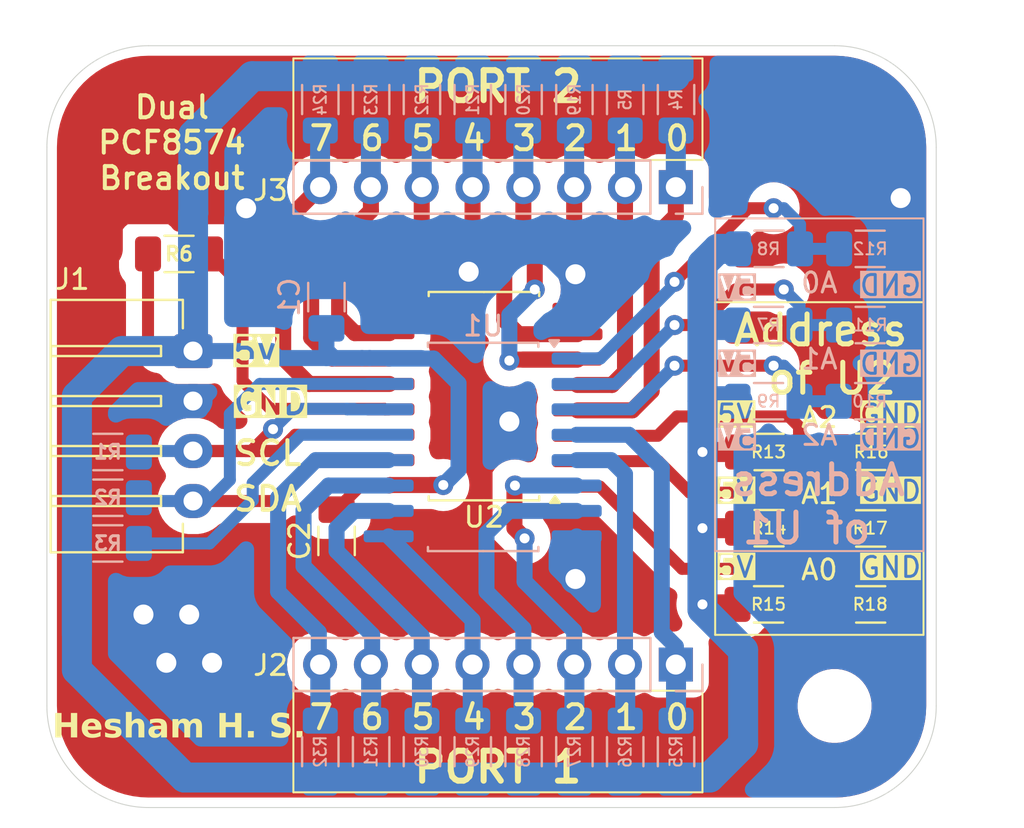
<source format=kicad_pcb>
(kicad_pcb (version 20240108) (generator "pcbnew") (generator_version "8.0")
  (title_block (title "Dual PCF8574 Breakout") (date "2025-02-03") (comment 1 "---"))
  (layers (0 "F.Cu" signal) (31 "B.Cu" signal) (34 "B.Paste" user) (35 "F.Paste" user) (36 "B.SilkS" user "B.Silkscreen") (37 "F.SilkS" user "F.Silkscreen") (38 "B.Mask" user) (39 "F.Mask" user) (44 "Edge.Cuts" user))
  (net 0 "")
  (net 1 "/P07")
  (net 2 "/P05")
  (net 3 "/P02")
  (net 4 "/P04")
  (net 5 "/P06")
  (net 6 "/P00")
  (net 7 "/P03")
  (net 8 "/P01")
  (net 9 "/P11")
  (net 10 "/P16")
  (net 11 "/P10")
  (net 12 "/P14")
  (net 13 "/P15")
  (net 14 "/P17")
  (net 15 "/P12")
  (net 16 "/P13")
  (net 17 "/SCL")
  (net 18 "5V")
  (net 19 "/SDA")
  (net 20 "Net-(U1-~{INT})")
  (net 21 "Net-(U2-~{INT})")
  (net 22 "/1_A1")
  (net 23 "/1_A0")
  (net 24 "/1_A2")
  (net 25 "GND")
  (net 26 "/2_A2")
  (net 27 "/2_A1")
  (net 28 "/2_A0")
  (footprint "Capacitor_SMD:C_1206_3216Metric_Pad1.33x1.80mm_HandSolder" (layer "F.Cu") (at 91.948 59.055 90)
    (property "Reference" "C2")
    (property "Value" "0.1uF")
  )
  (footprint "Connector_JST:JST_XH_S4B-XH-A-1_1x04_P2.50mm_Horizontal" (layer "F.Cu") (at 84.774 49.5612 -90)
    (property "Reference" "J1")
    (property "Value" "Conn_01x04_Pin")
  )
  (footprint "Resistor_SMD:R_1206_3216Metric_Pad1.30x1.75mm_HandSolder" (layer "F.Cu") (at 118.644 54.598)
    (property "Reference" "R16")
    (property "Value" "0")
  )
  (footprint "Resistor_SMD:R_1206_3216Metric_Pad1.30x1.75mm_HandSolder" (layer "F.Cu") (at 113.538 62.23)
    (property "Reference" "R15")
    (property "Value" "0")
  )
  (footprint "Resistor_SMD:R_1206_3216Metric_Pad1.30x1.75mm_HandSolder" (layer "F.Cu") (at 113.564 58.42)
    (property "Reference" "R14")
    (property "Value" "0")
  )
  (footprint "Resistor_SMD:R_1206_3216Metric_Pad1.30x1.75mm_HandSolder" (layer "F.Cu") (at 113.564 54.61)
    (property "Reference" "R13")
    (property "Value" "0")
  )
  (footprint "MountingHole:MountingHole_3.2mm_M3" (layer "F.Cu") (at 116.84 67.31)
    (property "Reference" "REF**" (hide yes))
    (property "Value" "MountingHole_3.2mm_M3")
  )
  (footprint "Package_SO:SO-16_5.3x10.2mm_P1.27mm" (layer "F.Cu") (at 99.314 51.816 180)
    (property "Reference" "U2")
    (property "Value" "PCF8574")
  )
  (footprint "Resistor_SMD:R_1206_3216Metric_Pad1.30x1.75mm_HandSolder" (layer "F.Cu") (at 118.644 62.23)
    (property "Reference" "R18")
    (property "Value" "0")
  )
  (footprint "Resistor_SMD:R_1206_3216Metric_Pad1.30x1.75mm_HandSolder" (layer "F.Cu") (at 84.074 44.704)
    (property "Reference" "R6")
    (property "Value" "10K")
  )
  (footprint "Resistor_SMD:R_1206_3216Metric_Pad1.30x1.75mm_HandSolder" (layer "F.Cu") (at 118.644 58.432)
    (property "Reference" "R17")
    (property "Value" "0")
  )
  (footprint "Resistor_SMD:R_1206_3216Metric_Pad1.30x1.75mm_HandSolder" (layer "B.Cu") (at 98.7552 69.596 90)
    (property "Reference" "R29")
    (property "Value" "4.7k")
  )
  (footprint "Resistor_SMD:R_1206_3216Metric_Pad1.30x1.75mm_HandSolder" (layer "B.Cu") (at 103.8352 69.596 90)
    (property "Reference" "R27")
    (property "Value" "4.7k")
  )
  (footprint "Resistor_SMD:R_1206_3216Metric_Pad1.30x1.75mm_HandSolder" (layer "B.Cu") (at 106.3752 36.9824 -90)
    (property "Reference" "R5")
    (property "Value" "4.7k")
  )
  (footprint "Resistor_SMD:R_1206_3216Metric_Pad1.30x1.75mm_HandSolder" (layer "B.Cu") (at 80.518 54.61)
    (property "Reference" "R1")
    (property "Value" "10K")
  )
  (footprint "Resistor_SMD:R_1206_3216Metric_Pad1.30x1.75mm_HandSolder" (layer "B.Cu") (at 113.538 48.26)
    (property "Reference" "R7")
    (property "Value" "0")
  )
  (footprint "Resistor_SMD:R_1206_3216Metric_Pad1.30x1.75mm_HandSolder" (layer "B.Cu") (at 118.592 52.07)
    (property "Reference" "R10")
    (property "Value" "0")
  )
  (footprint "Resistor_SMD:R_1206_3216Metric_Pad1.30x1.75mm_HandSolder" (layer "B.Cu") (at 106.3752 69.596 90)
    (property "Reference" "R26")
    (property "Value" "4.7k")
  )
  (footprint "Resistor_SMD:R_1206_3216Metric_Pad1.30x1.75mm_HandSolder" (layer "B.Cu") (at 91.1352 36.9824 -90)
    (property "Reference" "R24")
    (property "Value" "4.7k")
  )
  (footprint "Resistor_SMD:R_1206_3216Metric_Pad1.30x1.75mm_HandSolder" (layer "B.Cu") (at 91.1352 69.596 90)
    (property "Reference" "R32")
    (property "Value" "4.7k")
  )
  (footprint "Resistor_SMD:R_1206_3216Metric_Pad1.30x1.75mm_HandSolder" (layer "B.Cu") (at 93.6752 69.596 90)
    (property "Reference" "R31")
    (property "Value" "4.7k")
  )
  (footprint "Resistor_SMD:R_1206_3216Metric_Pad1.30x1.75mm_HandSolder" (layer "B.Cu") (at 98.7552 36.9824 -90)
    (property "Reference" "R21")
    (property "Value" "4.7k")
  )
  (footprint "Connector_PinHeader_2.54mm:PinHeader_1x08_P2.54mm_Vertical" (layer "B.Cu") (at 108.904 65.24 90)
    (property "Reference" "J2")
    (property "Value" "Conn_01x08_Pin")
  )
  (footprint "Resistor_SMD:R_1206_3216Metric_Pad1.30x1.75mm_HandSolder" (layer "B.Cu") (at 108.9152 36.9824 -90)
    (property "Reference" "R4")
    (property "Value" "4.7k")
  )
  (footprint "Resistor_SMD:R_1206_3216Metric_Pad1.30x1.75mm_HandSolder" (layer "B.Cu") (at 93.6752 36.9824 -90)
    (property "Reference" "R23")
    (property "Value" "4.7k")
  )
  (footprint "Resistor_SMD:R_1206_3216Metric_Pad1.30x1.75mm_HandSolder" (layer "B.Cu") (at 80.518 59.182)
    (property "Reference" "R3")
    (property "Value" "10K")
  )
  (footprint "Resistor_SMD:R_1206_3216Metric_Pad1.30x1.75mm_HandSolder" (layer "B.Cu") (at 113.538 52.07)
    (property "Reference" "R9")
    (property "Value" "0")
  )
  (footprint "Resistor_SMD:R_1206_3216Metric_Pad1.30x1.75mm_HandSolder" (layer "B.Cu") (at 101.2952 69.596 90)
    (property "Reference" "R28")
    (property "Value" "4.7k")
  )
  (footprint "Capacitor_SMD:C_1206_3216Metric_Pad1.33x1.80mm_HandSolder" (layer "B.Cu") (at 91.44 46.863 -90)
    (property "Reference" "C1")
    (property "Value" "0.1uF")
  )
  (footprint "Resistor_SMD:R_1206_3216Metric_Pad1.30x1.75mm_HandSolder" (layer "B.Cu") (at 96.2152 69.596 90)
    (property "Reference" "R30")
    (property "Value" "4.7k")
  )
  (footprint "Connector_PinHeader_2.54mm:PinHeader_1x08_P2.54mm_Vertical" (layer "B.Cu") (at 108.904 41.364 90)
    (property "Reference" "J3")
    (property "Value" "Conn_01x08_Pin")
  )
  (footprint "Resistor_SMD:R_1206_3216Metric_Pad1.30x1.75mm_HandSolder" (layer "B.Cu") (at 101.2952 36.9824 -90)
    (property "Reference" "R20")
    (property "Value" "4.7k")
  )
  (footprint "Resistor_SMD:R_1206_3216Metric_Pad1.30x1.75mm_HandSolder" (layer "B.Cu") (at 113.564 44.45)
    (property "Reference" "R8")
    (property "Value" "0")
  )
  (footprint "Resistor_SMD:R_1206_3216Metric_Pad1.30x1.75mm_HandSolder" (layer "B.Cu") (at 118.618 48.26)
    (property "Reference" "R11")
    (property "Value" "0")
  )
  (footprint "Resistor_SMD:R_1206_3216Metric_Pad1.30x1.75mm_HandSolder" (layer "B.Cu") (at 80.518 56.896)
    (property "Reference" "R2")
    (property "Value" "10K")
  )
  (footprint "Package_SO:SO-16_5.3x10.2mm_P1.27mm" (layer "B.Cu") (at 99.2745 54.356 180)
    (property "Reference" "U1")
    (property "Value" "PCF8574")
  )
  (footprint "Resistor_SMD:R_1206_3216Metric_Pad1.30x1.75mm_HandSolder" (layer "B.Cu") (at 96.2152 36.9824 -90)
    (property "Reference" "R22")
    (property "Value" "4.7k")
  )
  (footprint "Resistor_SMD:R_1206_3216Metric_Pad1.30x1.75mm_HandSolder" (layer "B.Cu") (at 103.8352 36.9824 -90)
    (property "Reference" "R19")
    (property "Value" "4.7k")
  )
  (footprint "Resistor_SMD:R_1206_3216Metric_Pad1.30x1.75mm_HandSolder" (layer "B.Cu") (at 118.618 44.45)
    (property "Reference" "R12")
    (property "Value" "0")
  )
  (footprint "Resistor_SMD:R_1206_3216Metric_Pad1.30x1.75mm_HandSolder" (layer "B.Cu") (at 108.9152 69.596 90)
    (property "Reference" "R25")
    (property "Value" "4.7k")
  )
  (gr_line (start 121.285 42.926) (end 110.871 42.926) (stroke (width 0.1)) (layer "B.SilkS"))
  (gr_line (start 110.871 42.926) (end 110.871 59.563) (stroke (width 0.1)) (layer "B.SilkS"))
  (gr_line (start 110.871 59.563) (end 121.285 59.563) (stroke (width 0.1)) (layer "B.SilkS"))
  (gr_line (start 121.285 59.563) (end 121.285 42.926) (stroke (width 0.1)) (layer "B.SilkS"))
  (gr_line (start 110.236 34.925) (end 89.789 34.925) (stroke (width 0.1)) (layer "F.SilkS"))
  (gr_line (start 110.871 47.117) (end 121.285 47.117) (stroke (width 0.1)) (layer "F.SilkS"))
  (gr_line (start 110.236 71.628) (end 89.789 71.628) (stroke (width 0.1)) (layer "F.SilkS"))
  (gr_line (start 110.236 40.005) (end 89.789 40.005) (stroke (width 0.1)) (layer "F.SilkS"))
  (gr_line (start 110.871 63.754) (end 110.871 47.117) (stroke (width 0.1)) (layer "F.SilkS"))
  (gr_line (start 89.789 34.925) (end 89.789 40.005) (stroke (width 0.1)) (layer "F.SilkS"))
  (gr_line (start 110.236 66.548) (end 89.789 66.548) (stroke (width 0.1)) (layer "F.SilkS"))
  (gr_line (start 89.789 66.548) (end 89.789 71.628) (stroke (width 0.1)) (layer "F.SilkS"))
  (gr_line (start 110.236 40.005) (end 110.236 34.925) (stroke (width 0.1)) (layer "F.SilkS"))
  (gr_line (start 110.236 71.628) (end 110.236 66.548) (stroke (width 0.1)) (layer "F.SilkS"))
  (gr_line (start 121.285 63.754) (end 110.871 63.754) (stroke (width 0.1)) (layer "F.SilkS"))
  (gr_line (start 121.285 47.117) (end 121.285 63.754) (stroke (width 0.1)) (layer "F.SilkS"))
  (gr_line (start 77.47 67.31) (end 77.47 39.37) (stroke (width 0.05)) (layer "Edge.Cuts"))
  (gr_line (start 121.92 39.37) (end 121.92 67.31) (stroke (width 0.05)) (layer "Edge.Cuts"))
  (gr_arc (start 116.84 34.29) (mid 120.432102 35.777898) (end 121.92 39.37) (stroke (width 0.05)) (layer "Edge.Cuts"))
  (gr_arc (start 121.92 67.31) (mid 120.432102 70.902102) (end 116.84 72.39) (stroke (width 0.05)) (layer "Edge.Cuts"))
  (gr_arc (start 77.47 39.37) (mid 78.957898 35.777898) (end 82.55 34.29) (stroke (width 0.05)) (layer "Edge.Cuts"))
  (gr_line (start 116.84 72.39) (end 82.55 72.39) (stroke (width 0.05)) (layer "Edge.Cuts"))
  (gr_line (start 82.55 34.29) (end 116.84 34.29) (stroke (width 0.05)) (layer "Edge.Cuts"))
  (gr_arc (start 82.55 72.39) (mid 78.957898 70.902102) (end 77.47 67.31) (stroke (width 0.05)) (layer "Edge.Cuts"))
  (gr_text "GND" (at 119.634 54.483 -0) (layer "B.SilkS" knockout) (effects (font (size 1 1)) (justify bottom mirror)))
  (gr_text "A0" (at 116.078 46.736 0) (layer "B.SilkS") (effects (font (size 1 1)) (justify bottom mirror)))
  (gr_text "5V" (at 112.014 54.483 -0) (layer "B.SilkS" knockout) (effects (font (size 1 1)) (justify bottom mirror)))
  (gr_text "Address \nof U1" (at 115.443 59.309 0) (layer "B.SilkS") (effects (font (size 1.5 1.5) (thickness 0.25) (bold yes)) (justify bottom mirror)))
  (gr_text "A1" (at 116.078 50.546 -0) (layer "B.SilkS") (effects (font (size 1 1)) (justify bottom mirror)))
  (gr_text "GND" (at 119.634 50.8 -0) (layer "B.SilkS" knockout) (effects (font (size 1 1)) (justify bottom mirror)))
  (gr_text "5V" (at 112.014 50.8 -0) (layer "B.SilkS" knockout) (effects (font (size 1 1)) (justify bottom mirror)))
  (gr_text "A2" (at 116.078 54.356 0) (layer "B.SilkS") (effects (font (size 1 1)) (justify bottom mirror)))
  (gr_text "GND" (at 119.634 46.863 -0) (layer "B.SilkS" knockout) (effects (font (size 1 1)) (justify bottom mirror)))
  (gr_text "5V" (at 112.014 46.99 -0) (layer "B.SilkS" knockout) (effects (font (size 1 1)) (justify bottom mirror)))
  (gr_text "A1" (at 116.078 57.277 0) (layer "F.SilkS") (effects (font (size 1 1)) (justify bottom)))
  (gr_text "5" (at 96.266 39.624 0) (layer "F.SilkS") (effects (font (size 1.2 1.2) (thickness 0.2)) (justify bottom)))
  (gr_text "5" (at 96.266 68.58 0) (layer "F.SilkS") (effects (font (size 1.2 1.2) (thickness 0.2)) (justify bottom)))
  (gr_text "7" (at 91.186 39.624 0) (layer "F.SilkS") (effects (font (size 1.2 1.2) (thickness 0.2)) (justify bottom)))
  (gr_text "2" (at 103.886 39.624 0) (layer "F.SilkS") (effects (font (size 1.2 1.2) (thickness 0.2)) (justify bottom)))
  (gr_text "6" (at 93.726 68.58 0) (layer "F.SilkS") (effects (font (size 1.2 1.2) (thickness 0.2)) (justify bottom)))
  (gr_text "6" (at 93.726 39.624 0) (layer "F.SilkS") (effects (font (size 1.2 1.2) (thickness 0.2)) (justify bottom)))
  (gr_text "1" (at 106.426 39.624 0) (layer "F.SilkS") (effects (font (size 1.2 1.2) (thickness 0.2)) (justify bottom)))
  (gr_text "5V" (at 111.887 53.34 0) (layer "F.SilkS" knockout) (effects (font (size 1 1)) (justify bottom)))
  (gr_text "PORT 2" (at 100.0125 37.211 0) (layer "F.SilkS") (effects (font (size 1.5 1.5) (thickness 0.3)) (justify bottom)))
  (gr_text "A2" (at 116.078 53.467 0) (layer "F.SilkS") (effects (font (size 1 1)) (justify bottom)))
  (gr_text "SDA" (at 88.519 57.658 0) (layer "F.SilkS") (effects (font (size 1.2 1.2) (thickness 0.2)) (justify bottom)))
  (gr_text "A0" (at 116.078 61.087 0) (layer "F.SilkS") (effects (font (size 1 1)) (justify bottom)))
  (gr_text "GND" (at 119.634 53.34 0) (layer "F.SilkS" knockout) (effects (font (size 1 1)) (justify bottom)))
  (gr_text "GND" (at 88.646 52.832 0) (layer "F.SilkS" knockout) (effects (font (size 1.2 1.2) (thickness 0.2)) (justify bottom)))
  (gr_text "5V" (at 87.884 50.292 0) (layer "F.SilkS" knockout) (effects (font (size 1.2 1.2) (thickness 0.2)) (justify bottom)))
  (gr_text "3" (at 101.346 39.624 0) (layer "F.SilkS") (effects (font (size 1.2 1.2) (thickness 0.2)) (justify bottom)))
  (gr_text "Address \nof U2" (at 116.713 51.816 0) (layer "F.SilkS") (effects (font (size 1.5 1.5) (thickness 0.25) (bold yes)) (justify bottom)))
  (gr_text "7" (at 91.186 68.58 0) (layer "F.SilkS") (effects (font (size 1.2 1.2) (thickness 0.2)) (justify bottom)))
  (gr_text "1" (at 106.426 68.58 0) (layer "F.SilkS") (effects (font (size 1.2 1.2) (thickness 0.2)) (justify bottom)))
  (gr_text "0" (at 108.966 39.624 0) (layer "F.SilkS") (effects (font (size 1.2 1.2) (thickness 0.2)) (justify bottom)))
  (gr_text "0" (at 108.966 68.58 0) (layer "F.SilkS") (effects (font (size 1.2 1.2) (thickness 0.2)) (justify bottom)))
  (gr_text "4" (at 98.806 68.58 0) (layer "F.SilkS") (effects (font (size 1.2 1.2) (thickness 0.2)) (justify bottom)))
  (gr_text "PORT 1" (at 100.0125 71.247 0) (layer "F.SilkS") (effects (font (size 1.5 1.5) (thickness 0.3)) (justify bottom)))
  (gr_text "GND" (at 119.634 60.96 0) (layer "F.SilkS" knockout) (effects (font (size 1 1)) (justify bottom)))
  (gr_text "4" (at 98.806 39.624 0) (layer "F.SilkS") (effects (font (size 1.2 1.2) (thickness 0.2)) (justify bottom)))
  (gr_text "2" (at 103.886 68.58 0) (layer "F.SilkS") (effects (font (size 1.2 1.2) (thickness 0.2)) (justify bottom)))
  (gr_text "GND" (at 119.634 57.15 0) (layer "F.SilkS" knockout) (effects (font (size 1 1)) (justify bottom)))
  (gr_text "5V" (at 111.887 60.96 0) (layer "F.SilkS" knockout) (effects (font (size 1 1)) (justify bottom)))
  (gr_text "Dual\nPCF8574\nBreakout" (at 83.7184 41.5544 0) (layer "F.SilkS") (effects (font (size 1.1 1.1) (thickness 0.2)) (justify bottom)))
  (gr_text "SCL" (at 88.519 55.372 0) (layer "F.SilkS") (effects (font (size 1.2 1.2) (thickness 0.2)) (justify bottom)))
  (gr_text "5V" (at 111.887 57.15 0) (layer "F.SilkS" knockout) (effects (font (size 1 1)) (justify bottom)))
  (gr_text "3" (at 101.346 68.58 0) (layer "F.SilkS") (effects (font (size 1.2 1.2) (thickness 0.2)) (justify bottom)))
  (gr_text "Hesham H. S." (at 84.074 69.088 0) (layer "F.SilkS") (effects (font (size 1.2 1.2) (thickness 0.24) (bold yes)) (justify bottom)))
  (segment (start 91.124 65.24) (end 91.059 65.175) (width 0.8) (layer "B.Cu") (net 1))
  (segment (start 89.027 61.595) (end 89.027 56.896) (width 0.8) (layer "B.Cu") (net 1))
  (segment (start 91.059 63.627) (end 89.027 61.595) (width 0.8) (layer "B.Cu") (net 1))
  (segment (start 90.9066 55.0164) (end 94.5501 55.0164) (width 0.8) (layer "B.Cu") (net 1))
  (segment (start 91.1352 68.046) (end 91.1352 65.2512) (width 1) (layer "B.Cu") (net 1))
  (segment (start 91.059 65.175) (end 91.059 63.627) (width 0.8) (layer "B.Cu") (net 1))
  (segment (start 89.027 56.896) (end 90.9066 55.0164) (width 0.8) (layer "B.Cu") (net 1))
  (segment (start 91.1352 65.2512) (end 91.124 65.24) (width 1) (layer "B.Cu") (net 1))
  (segment (start 94.5501 57.5564) (end 92.8116 57.5564) (width 0.8) (layer "B.Cu") (net 2))
  (segment (start 96.2152 68.046) (end 96.2152 65.2512) (width 1) (layer "B.Cu") (net 2))
  (segment (start 96.204 63.819) (end 96.204 65.24) (width 0.8) (layer "B.Cu") (net 2))
  (segment (start 91.948 59.563) (end 96.204 63.819) (width 0.8) (layer "B.Cu") (net 2))
  (segment (start 96.2152 65.2512) (end 96.204 65.24) (width 1) (layer "B.Cu") (net 2))
  (segment (start 92.8116 57.5564) (end 91.948 58.42) (width 0.8) (layer "B.Cu") (net 2))
  (segment (start 91.948 58.42) (end 91.948 59.563) (width 0.8) (layer "B.Cu") (net 2))
  (segment (start 100.838 56.3118) (end 100.838 58.42) (width 0.8) (layer "F.Cu") (net 3))
  (segment (start 100.838 58.42) (end 101.346 58.928) (width 0.8) (layer "F.Cu") (net 3))
  (segment (start 100.8634 56.2864) (end 100.838 56.3118) (width 0.8) (layer "F.Cu") (net 3))
  (via (at 101.346 58.928) (size 1) (drill 0.5) (layers "F.Cu" "B.Cu") (net 3))
  (via (at 100.8634 56.2864) (size 1) (drill 0.5) (layers "F.Cu" "B.Cu") (net 3))
  (segment (start 103.824 65.24) (end 103.824 63.565) (width 0.8) (layer "B.Cu") (net 3))
  (segment (start 103.8352 68.046) (end 103.8352 65.2512) (width 1) (layer "B.Cu") (net 3))
  (segment (start 103.8352 65.2512) (end 103.824 65.24) (width 1) (layer "B.Cu") (net 3))
  (segment (start 103.9481 56.2864) (end 100.8634 56.2864) (width 0.8) (layer "B.Cu") (net 3))
  (segment (start 103.824 63.565) (end 101.346 61.087) (width 0.8) (layer "B.Cu") (net 3))
  (segment (start 101.346 61.087) (end 101.346 58.928) (width 0.8) (layer "B.Cu") (net 3))
  (segment (start 98.744 63.0203) (end 98.744 65.24) (width 0.8) (layer "B.Cu") (net 4))
  (segment (start 94.5501 58.8264) (end 98.744 63.0203) (width 0.8) (layer "B.Cu") (net 4))
  (segment (start 98.7552 65.2512) (end 98.744 65.24) (width 1) (layer "B.Cu") (net 4))
  (segment (start 98.7552 68.046) (end 98.7552 65.2512) (width 1) (layer "B.Cu") (net 4))
  (segment (start 93.664 65.24) (end 93.726 65.178) (width 0.8) (layer "B.Cu") (net 5))
  (segment (start 90.297 60.325) (end 90.297 57.531) (width 0.8) (layer "B.Cu") (net 5))
  (segment (start 93.726 63.754) (end 90.297 60.325) (width 0.8) (layer "B.Cu") (net 5))
  (segment (start 93.6752 65.2512) (end 93.664 65.24) (width 1) (layer "B.Cu") (net 5))
  (segment (start 93.726 65.178) (end 93.726 63.754) (width 0.8) (layer "B.Cu") (net 5))
  (segment (start 93.6752 68.046) (end 93.6752 65.2512) (width 1) (layer "B.Cu") (net 5))
  (segment (start 90.297 57.531) (end 91.5416 56.2864) (width 0.8) (layer "B.Cu") (net 5))
  (segment (start 91.5416 56.2864) (end 94.5501 56.2864) (width 0.8) (layer "B.Cu") (net 5))
  (segment (start 108.9152 66.7004) (end 108.9152 65.2512) (width 1) (layer "B.Cu") (net 6))
  (segment (start 108.9152 65.2512) (end 108.904 65.24) (width 1) (layer "B.Cu") (net 6))
  (segment (start 108.204 55.3974) (end 106.553 53.7464) (width 0.8) (layer "B.Cu") (net 6))
  (segment (start 108.904 65.24) (end 108.904 64.327) (width 0.8) (layer "B.Cu") (net 6))
  (segment (start 108.204 63.627) (end 108.204 55.3974) (width 0.8) (layer "B.Cu") (net 6))
  (segment (start 108.9152 68.046) (end 108.9152 66.7004) (width 1) (layer "B.Cu") (net 6))
  (segment (start 108.904 64.327) (end 108.204 63.627) (width 0.8) (layer "B.Cu") (net 6))
  (segment (start 106.553 53.7464) (end 103.9481 53.7464) (width 0.8) (layer "B.Cu") (net 6))
  (segment (start 100.5586 57.5564) (end 103.9481 57.5564) (width 0.8) (layer "B.Cu") (net 7))
  (segment (start 99.441 61.595) (end 99.441 58.674) (width 0.8) (layer "B.Cu") (net 7))
  (segment (start 101.284 63.438) (end 99.441 61.595) (width 0.8) (layer "B.Cu") (net 7))
  (segment (start 101.2952 68.046) (end 101.2952 65.2512) (width 1) (layer "B.Cu") (net 7))
  (segment (start 101.284 65.24) (end 101.284 63.438) (width 0.8) (layer "B.Cu") (net 7))
  (segment (start 99.441 58.674) (end 100.5586 57.5564) (width 0.8) (layer "B.Cu") (net 7))
  (segment (start 101.2952 65.2512) (end 101.284 65.24) (width 1) (layer "B.Cu") (net 7))
  (segment (start 106.364 65.24) (end 106.364 55.7164) (width 0.8) (layer "B.Cu") (net 8))
  (segment (start 103.9481 55.0164) (end 105.664 55.0164) (width 0.8) (layer "B.Cu") (net 8))
  (segment (start 106.364 55.7164) (end 105.664 55.0164) (width 0.8) (layer "B.Cu") (net 8))
  (segment (start 106.3752 68.046) (end 106.3752 65.2512) (width 1) (layer "B.Cu") (net 8))
  (segment (start 106.3752 65.2512) (end 106.364 65.24) (width 1) (layer "B.Cu") (net 8))
  (segment (start 105.7148 51.2572) (end 103.9876 51.2572) (width 0.8) (layer "F.Cu") (net 9))
  (segment (start 106.364 50.608) (end 105.7148 51.2572) (width 0.8) (layer "F.Cu") (net 9))
  (segment (start 106.364 41.364) (end 106.364 50.608) (width 0.8) (layer "F.Cu") (net 9))
  (segment (start 106.364 38.5436) (end 106.3752 38.5324) (width 1) (layer "B.Cu") (net 9))
  (segment (start 106.364 41.364) (end 106.364 38.5436) (width 1) (layer "B.Cu") (net 9))
  (segment (start 93.664 42.545) (end 93.664 41.364) (width 0.8) (layer "F.Cu") (net 10))
  (segment (start 94.5896 49.9364) (end 91.7194 49.9364) (width 0.8) (layer "F.Cu") (net 10))
  (segment (start 91.7194 49.9364) (end 90.678 48.895) (width 0.8) (layer "F.Cu") (net 10))
  (segment (start 93.029 43.18) (end 93.664 42.545) (width 0.8) (layer "F.Cu") (net 10))
  (segment (start 90.678 48.895) (end 90.678 44.704) (width 0.8) (layer "F.Cu") (net 10))
  (segment (start 90.678 44.704) (end 92.202 43.18) (width 0.8) (layer "F.Cu") (net 10))
  (segment (start 92.202 43.18) (end 93.029 43.18) (width 0.8) (layer "F.Cu") (net 10))
  (segment (start 93.664 38.5436) (end 93.6752 38.5324) (width 1) (layer "B.Cu") (net 10))
  (segment (start 93.664 41.364) (end 93.664 38.5436) (width 1) (layer "B.Cu") (net 10))
  (segment (start 106.7308 52.5272) (end 107.696 51.562) (width 0.8) (layer "F.Cu") (net 11))
  (segment (start 103.9876 52.5272) (end 106.7308 52.5272) (width 0.8) (layer "F.Cu") (net 11))
  (segment (start 107.696 51.562) (end 107.696 44.007) (width 0.8) (layer "F.Cu") (net 11))
  (segment (start 108.904 42.799) (end 108.904 41.364) (width 0.8) (layer "F.Cu") (net 11))
  (segment (start 107.696 44.007) (end 108.904 42.799) (width 0.8) (layer "F.Cu") (net 11))
  (segment (start 108.904 38.5436) (end 108.9152 38.5324) (width 1) (layer "B.Cu") (net 11))
  (segment (start 108.904 41.364) (end 108.904 38.5436) (width 1) (layer "B.Cu") (net 11))
  (segment (start 98.744 43.242) (end 98.744 41.364) (width 0.8) (layer "F.Cu") (net 12))
  (segment (start 94.5896 47.3964) (end 98.744 43.242) (width 0.8) (layer "F.Cu") (net 12))
  (segment (start 98.744 38.5436) (end 98.7552 38.5324) (width 1) (layer "B.Cu") (net 12))
  (segment (start 98.744 41.364) (end 98.744 38.5436) (width 1) (layer "B.Cu") (net 12))
  (segment (start 94.299 45.212) (end 96.204 43.307) (width 0.8) (layer "F.Cu") (net 13))
  (segment (start 92.075 47.879) (end 92.075 46.228) (width 0.8) (layer "F.Cu") (net 13))
  (segment (start 96.204 43.307) (end 96.204 41.364) (width 0.8) (layer "F.Cu") (net 13))
  (segment (start 92.8624 48.6664) (end 92.075 47.879) (width 0.8) (layer "F.Cu") (net 13))
  (segment (start 94.5896 48.6664) (end 92.8624 48.6664) (width 0.8) (layer "F.Cu") (net 13))
  (segment (start 93.091 45.212) (end 94.299 45.212) (width 0.8) (layer "F.Cu") (net 13))
  (segment (start 92.075 46.228) (end 93.091 45.212) (width 0.8) (layer "F.Cu") (net 13))
  (segment (start 96.204 38.5436) (end 96.2152 38.5324) (width 1) (layer "B.Cu") (net 13))
  (segment (start 96.204 41.364) (end 96.204 38.5436) (width 1) (layer "B.Cu") (net 13))
  (segment (start 89.281 43.207) (end 91.124 41.364) (width 0.8) (layer "F.Cu") (net 14))
  (segment (start 90.5764 51.2064) (end 89.281 49.911) (width 0.8) (layer "F.Cu") (net 14))
  (segment (start 94.5896 51.2064) (end 90.5764 51.2064) (width 0.8) (layer "F.Cu") (net 14))
  (segment (start 89.281 49.911) (end 89.281 43.207) (width 0.8) (layer "F.Cu") (net 14))
  (segment (start 91.124 38.5436) (end 91.1352 38.5324) (width 1) (layer "B.Cu") (net 14))
  (segment (start 91.124 41.364) (end 91.124 38.5436) (width 1) (layer "B.Cu") (net 14))
  (segment (start 101.854 46.482) (end 101.854 45.085) (width 0.8) (layer "F.Cu") (net 15))
  (segment (start 103.9876 49.9872) (end 101.2698 49.9872) (width 0.8) (layer "F.Cu") (net 15))
  (segment (start 101.854 45.085) (end 103.824 43.115) (width 0.8) (layer "F.Cu") (net 15))
  (segment (start 103.9876 49.9872) (end 100.6348 49.9872) (width 0.8) (layer "F.Cu") (net 15))
  (segment (start 103.824 43.115) (end 103.824 41.364) (width 0.8) (layer "F.Cu") (net 15))
  (segment (start 100.6348 49.9872) (end 100.584 50.038) (width 0.8) (layer "F.Cu") (net 15))
  (via (at 101.854 46.482) (size 1) (drill 0.5) (layers "F.Cu" "B.Cu") (net 15))
  (via (at 100.584 50.038) (size 1) (drill 0.5) (layers "F.Cu" "B.Cu") (net 15))
  (segment (start 100.584 47.752) (end 101.854 46.482) (width 0.8) (layer "B.Cu") (net 15))
  (segment (start 100.584 50.038) (end 100.584 47.752) (width 0.8) (layer "B.Cu") (net 15))
  (segment (start 103.824 41.364) (end 103.824 38.5436) (width 1) (layer "B.Cu") (net 15))
  (segment (start 103.824 38.5436) (end 103.8352 38.5324) (width 1) (layer "B.Cu") (net 15))
  (segment (start 100.33 44.069) (end 100.33 48.006) (width 0.8) (layer "F.Cu") (net 16))
  (segment (start 101.284 41.364) (end 101.284 43.115) (width 0.8) (layer "F.Cu") (net 16))
  (segment (start 100.33 48.006) (end 101.0412 48.7172) (width 0.8) (layer "F.Cu") (net 16))
  (segment (start 101.284 43.115) (end 100.33 44.069) (width 0.8) (layer "F.Cu") (net 16))
  (segment (start 101.0412 48.7172) (end 103.9876 48.7172) (width 0.8) (layer "F.Cu") (net 16))
  (segment (start 101.284 41.364) (end 101.284 38.5436) (width 1) (layer "B.Cu") (net 16))
  (segment (start 101.284 38.5436) (end 101.2952 38.5324) (width 1) (layer "B.Cu") (net 16))
  (segment (start 88.773 53.467) (end 87.6788 54.5612) (width 0.6) (layer "F.Cu") (net 17))
  (segment (start 87.6788 54.5612) (end 87.4248 54.5612) (width 0.6) (layer "F.Cu") (net 17))
  (segment (start 87.4248 54.5612) (end 89.0758 54.5612) (width 0.6) (layer "F.Cu") (net 17))
  (segment (start 84.774 54.5612) (end 88.9782 54.5612) (width 0.6) (layer "F.Cu") (net 17))
  (segment (start 94.5896 53.7464) (end 89.8906 53.7464) (width 0.6) (layer "F.Cu") (net 17))
  (segment (start 89.8906 53.7464) (end 89.0758 54.5612) (width 0.6) (layer "F.Cu") (net 17))
  (segment (start 88.9782 54.5612) (end 89.0758 54.5612) (width 0.6) (layer "F.Cu") (net 17))
  (segment (start 87.4248 54.5612) (end 84.774 54.5612) (width 0.6) (layer "F.Cu") (net 17))
  (via (at 88.773 53.467) (size 1) (drill 0.5) (layers "F.Cu" "B.Cu") (net 17))
  (segment (start 81.9932 54.7892) (end 82.068 54.864) (width 0.6) (layer "B.Cu") (net 17))
  (segment (start 92.456 52.451) (end 92.837 52.451) (width 0.6) (layer "B.Cu") (net 17))
  (segment (start 88.773 53.467) (end 89.408 52.832) (width 0.6) (layer "B.Cu") (net 17))
  (segment (start 84.774 54.5612) (end 85.2952 54.5612) (width 0.6) (layer "B.Cu") (net 17))
  (segment (start 89.789 52.451) (end 92.456 52.451) (width 0.6) (layer "B.Cu") (net 17))
  (segment (start 82.1168 54.5612) (end 82.068 54.61) (width 0.6) (layer "B.Cu") (net 17))
  (segment (start 89.408 52.832) (end 89.789 52.451) (width 0.6) (layer "B.Cu") (net 17))
  (segment (start 84.774 54.5612) (end 82.1168 54.5612) (width 0.6) (layer "B.Cu") (net 17))
  (segment (start 92.4814 52.4764) (end 94.5501 52.4764) (width 0.6) (layer "B.Cu") (net 17))
  (segment (start 92.456 52.451) (end 92.4814 52.4764) (width 0.6) (layer "B.Cu") (net 17))
  (segment (start 112.014 54.61) (end 110.236 54.61) (width 1) (layer "F.Cu") (net 18))
  (segment (start 97.282 56.261) (end 94.615 56.261) (width 0.8) (layer "F.Cu") (net 18))
  (segment (start 84.8052 49.53) (end 84.774 49.5612) (width 0.6) (layer "F.Cu") (net 18))
  (segment (start 94.5896 56.2864) (end 93.1541 56.2864) (width 0.6) (layer "F.Cu") (net 18))
  (segment (start 82.524 44.704) (end 82.524 48.996) (width 0.6) (layer "F.Cu") (net 18))
  (segment (start 82.524 48.996) (end 83.0892 49.5612) (width 0.6) (layer "F.Cu") (net 18))
  (segment (start 97.282 56.261) (end 96.647 56.261) (width 0.8) (layer "F.Cu") (net 18))
  (segment (start 93.1541 56.2864) (end 91.948 57.4925) (width 0.6) (layer "F.Cu") (net 18))
  (segment (start 112.014 58.42) (end 110.236 58.42) (width 1) (layer "F.Cu") (net 18))
  (segment (start 111.988 62.23) (end 110.236 62.23) (width 1) (layer "F.Cu") (net 18))
  (segment (start 96.647 56.261) (end 94.615 56.261) (width 0.6) (layer "F.Cu") (net 18))
  (segment (start 94.615 56.261) (end 94.5896 56.2864) (width 0.8) (layer "F.Cu") (net 18))
  (segment (start 83.0892 49.5612) (end 84.774 49.5612) (width 0.6) (layer "F.Cu") (net 18))
  (via (at 110.236 62.23) (size 1) (drill 0.5) (layers "F.Cu" "B.Cu") (net 18))
  (via (at 110.236 58.42) (size 1) (drill 0.5) (layers "F.Cu" "B.Cu") (net 18))
  (via (at 110.236 54.61) (size 1) (drill 0.5) (layers "F.Cu" "B.Cu") (net 18))
  (via (at 97.282 56.261) (size 1) (drill 0.5) (layers "F.Cu" "B.Cu") (net 18))
  (segment (start 110.593 70.89) (end 112.268 69.215) (width 1.5) (layer "B.Cu") (net 18))
  (segment (start 89.027 49.911) (end 88.6772 49.5612) (width 0.8) (layer "B.Cu") (net 18))
  (segment (start 111.988 48.26) (end 110.236 48.26) (width 1.5) (layer "B.Cu") (net 18))
  (segment (start 106.3752 35.7632) (end 106.426 35.814) (width 1) (layer "B.Cu") (net 18))
  (segment (start 111.988 52.07) (end 110.236 52.07) (width 1.5) (layer "B.Cu") (net 18))
  (segment (start 84.774 49.5612) (end 81.2228 49.5612) (width 1.5) (layer "B.Cu") (net 18))
  (segment (start 91.44 49.911) (end 89.027 49.911) (width 0.8) (layer "B.Cu") (net 18))
  (segment (start 88.6772 49.5612) (end 84.774 49.5612) (width 0.8) (layer "B.Cu") (net 18))
  (segment (start 81.2228 49.5612) (end 78.968 51.816) (width 1) (layer "B.Cu") (net 18))
  (segment (start 110.998 44.45) (end 110.236 45.212) (width 1.5) (layer "B.Cu") (net 18))
  (segment (start 98.044 55.499) (end 98.044 51.181) (width 0.8) (layer "B.Cu") (net 18))
  (segment (start 86.9188 70.89) (end 84.352 70.89) (width 1.5) (layer "B.Cu") (net 18))
  (segment (start 96.7994 49.9364) (end 94.5501 49.9364) (width 0.8) (layer "B.Cu") (net 18))
  (segment (start 91.44 48.4255) (end 91.44 49.53) (width 0.8) (layer "B.Cu") (net 18))
  (segment (start 106.3752 35.4324) (end 106.3752 35.7632) (width 1) (layer "B.Cu") (net 18))
  (segment (start 106.426 35.814) (end 108.8644 35.814) (width 1.5) (layer "B.Cu") (net 18))
  (segment (start 78.968 56.896) (end 78.968 59.182) (width 1) (layer "B.Cu") (net 18))
  (segment (start 86.9188 70.89) (end 110.593 70.89) (width 1.5) (layer "B.Cu") (net 18))
  (segment (start 84.7852 38.7604) (end 87.7316 35.814) (width 1.5) (layer "B.Cu") (net 18))
  (segment (start 84.774 49.5612) (end 84.774 42.666636) (width 1.5) (layer "B.Cu") (net 18))
  (segment (start 97.282 56.261) (end 98.044 55.499) (width 0.8) (layer "B.Cu") (net 18))
  (segment (start 93.599 49.911) (end 93.218 49.911) (width 0.8) (layer "B.Cu") (net 18))
  (segment (start 87.7316 35.814) (end 106.426 35.814) (width 1.5) (layer "B.Cu") (net 18))
  (segment (start 78.968 51.816) (end 78.968 54.61) (width 1) (layer "B.Cu") (net 18))
  (segment (start 110.236 62.484) (end 110.236 54.61) (width 1.5) (layer "B.Cu") (net 18))
  (segment (start 112.268 64.516) (end 110.236 62.484) (width 1.5) (layer "B.Cu") (net 18))
  (segment (start 91.44 49.53) (end 91.821 49.911) (width 0.8) (layer "B.Cu") (net 18))
  (segment (start 84.352 70.89) (end 78.97 65.508) (width 1.5) (layer "B.Cu") (net 18))
  (segment (start 78.968 59.182) (end 78.968 63.728) (width 1.5) (layer "B.Cu") (net 18))
  (segment (start 84.774 42.666636) (end 84.7852 42.655436) (width 1.5) (layer "B.Cu") (net 18))
  (segment (start 96.187 49.911) (end 93.599 49.911) (width 0.8) (layer "B.Cu") (net 18))
  (segment (start 112.014 44.45) (end 110.998 44.45) (width 1.5) (layer "B.Cu") (net 18))
  (segment (start 110.236 45.212) (end 110.236 48.26) (width 1.5) (layer "B.Cu") (net 18))
  (segment (start 112.268 69.215) (end 112.268 64.516) (width 1.5) (layer "B.Cu") (net 18))
  (segment (start 110.236 52.07) (end 110.236 48.26) (width 1.5) (layer "B.Cu") (net 18))
  (segment (start 98.044 51.181) (end 96.7994 49.9364) (width 0.8) (layer "B.Cu") (net 18))
  (segment (start 78.968 54.61) (end 78.968 56.896) (width 1) (layer "B.Cu") (net 18))
  (segment (start 84.7852 42.655436) (end 84.7852 38.7604) (width 1.5) (layer "B.Cu") (net 18))
  (segment (start 83.439 69.977) (end 84.352 70.89) (width 1.5) (layer "B.Cu") (net 18))
  (segment (start 78.97 65.508) (end 78.97 51.814) (width 1.5) (layer "B.Cu") (net 18))
  (segment (start 93.218 49.911) (end 91.821 49.911) (width 0.8) (layer "B.Cu") (net 18))
  (segment (start 78.97 51.814) (end 81.2228 49.5612) (width 1.5) (layer "B.Cu") (net 18))
  (segment (start 91.821 49.911) (end 91.44 49.911) (width 0.8) (layer "B.Cu") (net 18))
  (segment (start 110.236 54.61) (end 110.236 52.07) (width 1.5) (layer "B.Cu") (net 18))
  (segment (start 90.9066 55.0164) (end 90.2335 55.6895) (width 0.6) (layer "F.Cu") (net 19))
  (segment (start 88.8618 57.0612) (end 90.2335 55.6895) (width 0.6) (layer "F.Cu") (net 19))
  (segment (start 84.774 57.0612) (end 88.8618 57.0612) (width 0.6) (layer "F.Cu") (net 19))
  (segment (start 94.5896 55.0164) (end 90.9066 55.0164) (width 0.6) (layer "F.Cu") (net 19))
  (segment (start 88.1126 51.2064) (end 94.5501 51.2064) (width 0.6) (layer "B.Cu") (net 19))
  (segment (start 82.2332 57.0612) (end 82.068 56.896) (width 0.6) (layer "B.Cu") (net 19))
  (segment (start 86.614 56.007) (end 86.614 52.705) (width 0.6) (layer "B.Cu") (net 19))
  (segment (start 86.614 52.705) (end 88.1126 51.2064) (width 0.6) (layer "B.Cu") (net 19))
  (segment (start 84.774 57.0612) (end 85.5598 57.0612) (width 0.6) (layer "B.Cu") (net 19))
  (segment (start 84.774 57.0612) (end 82.2332 57.0612) (width 0.6) (layer "B.Cu") (net 19))
  (segment (start 85.5598 57.0612) (end 86.614 56.007) (width 0.6) (layer "B.Cu") (net 19))
  (segment (start 87.757 57.023) (end 87.757 56.1594) (width 0.6) (layer "B.Cu") (net 20))
  (segment (start 82.068 59.182) (end 85.598 59.182) (width 0.6) (layer "B.Cu") (net 20))
  (segment (start 90.17 53.7464) (end 94.5501 53.7464) (width 0.6) (layer "B.Cu") (net 20))
  (segment (start 87.757 56.1594) (end 90.17 53.7464) (width 0.6) (layer "B.Cu") (net 20))
  (segment (start 85.598 59.182) (end 87.757 57.023) (width 0.6) (layer "B.Cu") (net 20))
  (segment (start 88.646 52.451) (end 87.249 51.054) (width 0.6) (layer "F.Cu") (net 21))
  (segment (start 94.5896 52.4764) (end 94.361 52.4764) (width 0.6) (layer "F.Cu") (net 21))
  (segment (start 87.249 46.329) (end 85.624 44.704) (width 0.6) (layer "F.Cu") (net 21))
  (segment (start 94.3356 52.451) (end 88.646 52.451) (width 0.6) (layer "F.Cu") (net 21))
  (segment (start 94.361 52.4764) (end 94.3356 52.451) (width 0.6) (layer "F.Cu") (net 21))
  (segment (start 87.249 51.054) (end 87.249 46.329) (width 0.6) (layer "F.Cu") (net 21))
  (segment (start 110.109 48.26) (end 111.887 46.482) (width 0.6) (layer "F.Cu") (net 22))
  (segment (start 111.887 46.482) (end 114.3 46.482) (width 0.6) (layer "F.Cu") (net 22))
  (segment (start 108.839 48.26) (end 110.109 48.26) (width 0.6) (layer "F.Cu") (net 22))
  (via (at 108.839 48.26) (size 1) (drill 0.5) (layers "F.Cu" "B.Cu") (net 22))
  (via (at 114.3 46.482) (size 1) (drill 0.5) (layers "F.Cu" "B.Cu") (net 22))
  (segment (start 115.088 48.26) (end 115.088 47.27) (width 0.6) (layer "B.Cu") (net 22))
  (segment (start 117.068 48.26) (end 115.088 48.26) (width 0.6) (layer "B.Cu") (net 22))
  (segment (start 103.9481 51.2064) (end 105.8926 51.2064) (width 0.6) (layer "B.Cu") (net 22))
  (segment (start 105.8926 51.2064) (end 108.839 48.26) (width 0.6) (layer "B.Cu") (net 22))
  (segment (start 115.088 47.27) (end 114.3 46.482) (width 0.6) (layer "B.Cu") (net 22))
  (segment (start 108.839 46.101) (end 112.522 42.418) (width 0.6) (layer "F.Cu") (net 23))
  (segment (start 112.522 42.418) (end 113.792 42.418) (width 0.6) (layer "F.Cu") (net 23))
  (via (at 108.839 46.101) (size 1) (drill 0.5) (layers "F.Cu" "B.Cu") (net 23))
  (via (at 113.792 42.418) (size 1) (drill 0.5) (layers "F.Cu" "B.Cu") (net 23))
  (segment (start 103.9481 49.9364) (end 105.0036 49.9364) (width 0.6) (layer "B.Cu") (net 23))
  (segment (start 115.114 43.232) (end 114.3 42.418) (width 0.6) (layer "B.Cu") (net 23))
  (segment (start 105.0036 49.9364) (end 105.029 49.911) (width 0.6) (layer "B.Cu") (net 23))
  (segment (start 114.3 42.418) (end 113.792 42.418) (width 0.6) (layer "B.Cu") (net 23))
  (segment (start 108.839 46.228) (end 108.839 46.101) (width 0.6) (layer "B.Cu") (net 23))
  (segment (start 115.114 44.45) (end 115.114 43.232) (width 0.6) (layer "B.Cu") (net 23))
  (segment (start 103.9481 49.9364) (end 105.1306 49.9364) (width 0.6) (layer "B.Cu") (net 23))
  (segment (start 117.068 44.45) (end 115.114 44.45) (width 0.6) (layer "B.Cu") (net 23))
  (segment (start 105.1306 49.9364) (end 108.839 46.228) (width 0.6) (layer "B.Cu") (net 23))
  (segment (start 108.839 50.292) (end 113.792 50.292) (width 0.6) (layer "F.Cu") (net 24))
  (via (at 113.792 50.292) (size 1) (drill 0.5) (layers "F.Cu" "B.Cu") (net 24))
  (via (at 108.839 50.292) (size 1) (drill 0.5) (layers "F.Cu" "B.Cu") (net 24))
  (segment (start 103.9481 52.4764) (end 106.6546 52.4764) (width 0.6) (layer "B.Cu") (net 24))
  (segment (start 114.3 50.292) (end 113.792 50.292) (width 0.6) (layer "B.Cu") (net 24))
  (segment (start 115.088 51.08) (end 114.3 50.292) (width 0.6) (layer "B.Cu") (net 24))
  (segment (start 117.042 52.07) (end 115.088 52.07) (width 0.6) (layer "B.Cu") (net 24))
  (segment (start 106.6546 52.4764) (end 108.839 50.292) (width 0.6) (layer "B.Cu") (net 24))
  (segment (start 115.088 52.07) (end 115.088 51.08) (width 0.6) (layer "B.Cu") (net 24))
  (segment (start 82.0332 52.0612) (end 84.774 52.0612) (width 1.5) (layer "F.Cu") (net 25))
  (segment (start 120.194 58.432) (end 120.194 54.598) (width 1.5) (layer "F.Cu") (net 25))
  (segment (start 86.233 61.087) (end 85.6615 61.6585) (width 0.8) (layer "F.Cu") (net 25))
  (segment (start 115.1636 36.9316) (end 84.6836 36.9316) (width 2) (layer "F.Cu") (net 25))
  (segment (start 98.552 45.593) (end 98.552 54.864) (width 1) (layer "F.Cu") (net 25))
  (segment (start 99.244 59.112) (end 101.092 60.96) (width 1) (layer "F.Cu") (net 25))
  (segment (start 91.948 60.6175) (end 96.5585 60.6175) (width 0.6) (layer "F.Cu") (net 25))
  (segment (start 80.264 44.45) (end 80.264 50.292) (width 1.5) (layer "F.Cu") (net 25))
  (segment (start 83.439 65.151) (end 85.725 65.151) (width 0.6) (layer "F.Cu") (net 25))
  (segment (start 102.362 60.96) (end 96.901 60.96) (width 0.6) (layer "F.Cu") (net 25))
  (segment (start 84.6836 36.9316) (end 80.264 41.3512) (width 2) (layer "F.Cu") (net 25))
  (segment (start 99.244 55.556) (end 99.244 59.112) (width 1) (layer "F.Cu") (net 25))
  (segment (start 80.264 50.292) (end 82.0332 52.0612) (width 1.5) (layer "F.Cu") (net 25))
  (segment (start 86.7025 60.6175) (end 85.6615 61.6585) (width 0.8) (layer "F.Cu") (net 25))
  (segment (start 101.092 60.96) (end 103.886 60.96) (width 1) (layer "F.Cu") (net 25))
  (segment (start 87.376 42.4688) (end 87.4268 42.418) (width 1.5) (layer "F.Cu") (net 25))
  (segment (start 80.264 42.4688) (end 87.376 42.4688) (width 1.5) (layer "F.Cu") (net 25))
  (segment (start 86.7025 60.6175) (end 86.233 61.087) (width 0.6) (layer "F.Cu") (net 25))
  (segment (start 120.194 62.23) (end 120.194 58.432) (width 1.5) (layer "F.Cu") (net 25))
  (segment (start 103.9876 47.4472) (end 103.9876 45.8216) (width 0.8) (layer "F.Cu") (net 25))
  (segment (start 120.194 41.962) (end 120.142 41.91) (width 1.5) (layer "F.Cu") (net 25))
  (segment (start 101.092 60.96) (end 102.362 60.96) (width 1) (layer "F.Cu") (net 25))
  (segment (start 82.296 62.738) (end 84.582 62.738) (width 0.6) (layer "F.Cu") (net 25))
  (segment (start 85.6615 61.6585) (end 84.582 62.738) (width 0.8) (layer "F.Cu") (net 25))
  (segment (start 120.194 42.216) (end 120.194 41.962) (width 1.5) (layer "F.Cu") (net 25))
  (segment (start 120.142 41.91) (end 115.1636 36.9316) (width 2) (layer "F.Cu") (net 25))
  (segment (start 98.552 54.864) (end 99.244 55.556) (width 1) (layer "F.Cu") (net 25))
  (segment (start 103.9876 45.8216) (end 103.886 45.72) (width 0.8) (layer "F.Cu") (net 25))
  (segment (start 120.194 54.598) (end 120.194 42.216) (width 1.5) (layer "F.Cu") (net 25))
  (segment (start 80.264 41.3512) (end 80.264 42.4688) (width 2) (layer "F.Cu") (net 25))
  (segment (start 85.725 65.151) (end 85.725 63.881) (width 0.6) (layer "F.Cu") (net 25))
  (segment (start 96.5585 60.6175) (end 96.901 60.96) (width 0.6) (layer "F.Cu") (net 25))
  (segment (start 91.948 60.6175) (end 86.7025 60.6175) (width 0.8) (layer "F.Cu") (net 25))
  (segment (start 85.725 63.881) (end 84.582 62.738) (width 0.6) (layer "F.Cu") (net 25))
  (segment (start 80.264 42.4688) (end 80.264 44.45) (width 2) (layer "F.Cu") (net 25))
  (via (at 83.439 65.151) (size 1.5) (drill 1) (layers "F.Cu" "B.Cu") (net 25))
  (via (at 98.552 45.593) (size 1.5) (drill 1) (layers "F.Cu" "B.Cu") (net 25))
  (via (at 84.582 62.738) (size 1.5) (drill 1) (layers "F.Cu" "B.Cu") (net 25))
  (via (at 120.142 41.91) (size 1.5) (drill 1) (layers "F.Cu" "B.Cu") (net 25))
  (via (at 85.725 65.151) (size 1.5) (drill 1) (layers "F.Cu" "B.Cu") (net 25))
  (via (at 82.296 62.738) (size 1.5) (drill 1) (layers "F.Cu" "B.Cu") (net 25))
  (via (at 103.886 60.96) (size 1.5) (drill 1) (layers "F.Cu" "B.Cu") (net 25))
  (via (at 100.584 53.086) (size 1.5) (drill 1) (layers "F.Cu" "B.Cu") (net 25))
  (via (at 103.886 45.72) (size 1.5) (drill 1) (layers "F.Cu" "B.Cu") (net 25))
  (via (at 87.4268 42.418) (size 1.5) (drill 1) (layers "F.Cu" "B.Cu") (net 25))
  (segment (start 87.4268 42.418) (end 87.4268 44.1452) (width 1.5) (layer "B.Cu") (net 25))
  (segment (start 120.142 41.91) (end 120.142 45.44) (width 1.5) (layer "B.Cu") (net 25))
  (segment (start 87.4268 44.1452) (end 87.7316 44.45) (width 1.5) (layer "B.Cu") (net 25))
  (segment (start 103.886 58.8885) (end 103.9481 58.8264) (width 0.8) (layer "B.Cu") (net 25))
  (segment (start 93.599 44.704) (end 93.345 44.45) (width 0.8) (layer "B.Cu") (net 25))
  (segment (start 103.886 60.96) (end 103.886 58.8885) (width 0.8) (layer "B.Cu") (net 25))
  (segment (start 91.44 44.831) (end 91.059 44.45) (width 0.8) (layer "B.Cu") (net 25))
  (segment (start 91.44 45.3005) (end 91.44 44.831) (width 0.8) (layer "B.Cu") (net 25))
  (segment (start 103.886 45.72) (end 102.616 44.45) (width 1.5) (layer "B.Cu") (net 25))
  (segment (start 102.362 44.45) (end 101.092 44.45) (width 1.5) (layer "B.Cu") (net 25))
  (segment (start 120.168 52.044) (end 120.142 52.07) (width 1.5) (layer "B.Cu") (net 25))
  (segment (start 120.168 44.45) (end 120.168 45.466) (width 1.5) (layer "B.Cu") (net 25))
  (segment (start 98.552 45.593) (end 98.552 44.45) (width 1) (layer "B.Cu") (net 25))
  (segment (start 120.168 48.26) (end 120.168 52.044) (width 1.5) (layer "B.Cu") (net 25))
  (segment (start 101.092 44.45) (end 98.552 44.45) (width 1.5) (layer "B.Cu") (net 25))
  (segment (start 98.552 44.45) (end 93.345 44.45) (width 1.5) (layer "B.Cu") (net 25))
  (segment (start 102.362 44.45) (end 102.616 44.45) (width 1) (layer "B.Cu") (net 25))
  (segment (start 91.059 44.45) (end 87.7316 44.45) (width 1.5) (layer "B.Cu") (net 25))
  (segment (start 120.142 45.44) (end 120.168 45.466) (width 1.5) (layer "B.Cu") (net 25))
  (segment (start 120.168 45.466) (end 120.168 48.26) (width 1.5) (layer "B.Cu") (net 25))
  (segment (start 102.616 44.45) (end 101.092 44.45) (width 1.5) (layer "B.Cu") (net 25))
  (segment (start 93.345 44.45) (end 91.059 44.45) (width 1.5) (layer "B.Cu") (net 25))
  (segment (start 114.554 52.832) (end 115.062 53.34) (width 0.6) (layer "F.Cu") (net 26))
  (segment (start 103.9876 53.7972) (end 108.0008 53.7972) (width 0.6) (layer "F.Cu") (net 26))
  (segment (start 108.966 52.832) (end 114.554 52.832) (width 0.6) (layer "F.Cu") (net 26))
  (segment (start 115.062 53.34) (end 115.062 54.558) (width 0.6) (layer "F.Cu") (net 26))
  (segment (start 115.062 54.558) (end 115.114 54.61) (width 0.6) (layer "F.Cu") (net 26))
  (segment (start 117.094 54.598) (end 115.126 54.598) (width 0.6) (layer "F.Cu") (net 26))
  (segment (start 115.126 54.598) (end 115.114 54.61) (width 0.6) (layer "F.Cu") (net 26))
  (segment (start 108.0008 53.7972) (end 108.966 52.832) (width 0.6) (layer "F.Cu") (net 26))
  (segment (start 108.0262 55.0672) (end 109.601 56.642) (width 0.6) (layer "F.Cu") (net 27))
  (segment (start 115.126 58.432) (end 115.114 58.42) (width 0.6) (layer "F.Cu") (net 27))
  (segment (start 117.094 58.432) (end 115.126 58.432) (width 0.6) (layer "F.Cu") (net 27))
  (segment (start 109.601 56.642) (end 114.352 56.642) (width 0.6) (layer "F.Cu") (net 27))
  (segment (start 103.9876 55.0672) (end 108.0262 55.0672) (width 0.6) (layer "F.Cu") (net 27))
  (segment (start 115.114 57.404) (end 115.114 58.42) (width 0.6) (layer "F.Cu") (net 27))
  (segment (start 114.352 56.642) (end 115.114 57.404) (width 0.6) (layer "F.Cu") (net 27))
  (segment (start 117.094 62.23) (end 115.088 62.23) (width 0.6) (layer "F.Cu") (net 28))
  (segment (start 105.1052 56.3372) (end 109.22 60.452) (width 0.6) (layer "F.Cu") (net 28))
  (segment (start 115.088 61.188) (end 115.088 62.23) (width 0.6) (layer "F.Cu") (net 28))
  (segment (start 103.9876 56.3372) (end 105.1052 56.3372) (width 0.6) (layer "F.Cu") (net 28))
  (segment (start 109.22 60.452) (end 114.352 60.452) (width 0.6) (layer "F.Cu") (net 28))
  (segment (start 114.352 60.452) (end 115.088 61.188) (width 0.6) (layer "F.Cu") (net 28))
  (zone (net 25) (net_name "GND") (layers "F&B.Cu") (connect_pads yes (clearance 0.8)) (min_thickness 0.8) (fill yes (thermal_gap 0.8) (thermal_bridge_width 0.8))
    (polygon (pts (xy 75.311 32.004) (xy 123.698 32.131) (xy 123.825 73.279) (xy 75.565 73.406)))
  )
)
</source>
